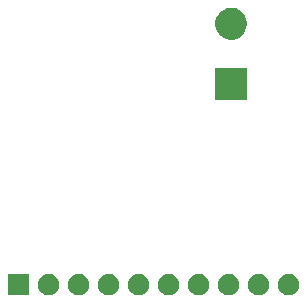
<source format=gbs>
G04 #@! TF.GenerationSoftware,KiCad,Pcbnew,(5.1.5-0)*
G04 #@! TF.CreationDate,2020-02-09T15:42:12-07:00*
G04 #@! TF.ProjectId,dac_proto,6461635f-7072-46f7-946f-2e6b69636164,rev?*
G04 #@! TF.SameCoordinates,Original*
G04 #@! TF.FileFunction,Soldermask,Bot*
G04 #@! TF.FilePolarity,Negative*
%FSLAX46Y46*%
G04 Gerber Fmt 4.6, Leading zero omitted, Abs format (unit mm)*
G04 Created by KiCad (PCBNEW (5.1.5-0)) date 2020-02-09 15:42:12*
%MOMM*%
%LPD*%
G04 APERTURE LIST*
%ADD10C,0.100000*%
G04 APERTURE END LIST*
D10*
G36*
X209973512Y-98103927D02*
G01*
X210122812Y-98133624D01*
X210286784Y-98201544D01*
X210434354Y-98300147D01*
X210559853Y-98425646D01*
X210658456Y-98573216D01*
X210726376Y-98737188D01*
X210761000Y-98911259D01*
X210761000Y-99088741D01*
X210726376Y-99262812D01*
X210658456Y-99426784D01*
X210559853Y-99574354D01*
X210434354Y-99699853D01*
X210286784Y-99798456D01*
X210122812Y-99866376D01*
X209973512Y-99896073D01*
X209948742Y-99901000D01*
X209771258Y-99901000D01*
X209746488Y-99896073D01*
X209597188Y-99866376D01*
X209433216Y-99798456D01*
X209285646Y-99699853D01*
X209160147Y-99574354D01*
X209061544Y-99426784D01*
X208993624Y-99262812D01*
X208959000Y-99088741D01*
X208959000Y-98911259D01*
X208993624Y-98737188D01*
X209061544Y-98573216D01*
X209160147Y-98425646D01*
X209285646Y-98300147D01*
X209433216Y-98201544D01*
X209597188Y-98133624D01*
X209746488Y-98103927D01*
X209771258Y-98099000D01*
X209948742Y-98099000D01*
X209973512Y-98103927D01*
G37*
G36*
X207433512Y-98103927D02*
G01*
X207582812Y-98133624D01*
X207746784Y-98201544D01*
X207894354Y-98300147D01*
X208019853Y-98425646D01*
X208118456Y-98573216D01*
X208186376Y-98737188D01*
X208221000Y-98911259D01*
X208221000Y-99088741D01*
X208186376Y-99262812D01*
X208118456Y-99426784D01*
X208019853Y-99574354D01*
X207894354Y-99699853D01*
X207746784Y-99798456D01*
X207582812Y-99866376D01*
X207433512Y-99896073D01*
X207408742Y-99901000D01*
X207231258Y-99901000D01*
X207206488Y-99896073D01*
X207057188Y-99866376D01*
X206893216Y-99798456D01*
X206745646Y-99699853D01*
X206620147Y-99574354D01*
X206521544Y-99426784D01*
X206453624Y-99262812D01*
X206419000Y-99088741D01*
X206419000Y-98911259D01*
X206453624Y-98737188D01*
X206521544Y-98573216D01*
X206620147Y-98425646D01*
X206745646Y-98300147D01*
X206893216Y-98201544D01*
X207057188Y-98133624D01*
X207206488Y-98103927D01*
X207231258Y-98099000D01*
X207408742Y-98099000D01*
X207433512Y-98103927D01*
G37*
G36*
X204893512Y-98103927D02*
G01*
X205042812Y-98133624D01*
X205206784Y-98201544D01*
X205354354Y-98300147D01*
X205479853Y-98425646D01*
X205578456Y-98573216D01*
X205646376Y-98737188D01*
X205681000Y-98911259D01*
X205681000Y-99088741D01*
X205646376Y-99262812D01*
X205578456Y-99426784D01*
X205479853Y-99574354D01*
X205354354Y-99699853D01*
X205206784Y-99798456D01*
X205042812Y-99866376D01*
X204893512Y-99896073D01*
X204868742Y-99901000D01*
X204691258Y-99901000D01*
X204666488Y-99896073D01*
X204517188Y-99866376D01*
X204353216Y-99798456D01*
X204205646Y-99699853D01*
X204080147Y-99574354D01*
X203981544Y-99426784D01*
X203913624Y-99262812D01*
X203879000Y-99088741D01*
X203879000Y-98911259D01*
X203913624Y-98737188D01*
X203981544Y-98573216D01*
X204080147Y-98425646D01*
X204205646Y-98300147D01*
X204353216Y-98201544D01*
X204517188Y-98133624D01*
X204666488Y-98103927D01*
X204691258Y-98099000D01*
X204868742Y-98099000D01*
X204893512Y-98103927D01*
G37*
G36*
X202353512Y-98103927D02*
G01*
X202502812Y-98133624D01*
X202666784Y-98201544D01*
X202814354Y-98300147D01*
X202939853Y-98425646D01*
X203038456Y-98573216D01*
X203106376Y-98737188D01*
X203141000Y-98911259D01*
X203141000Y-99088741D01*
X203106376Y-99262812D01*
X203038456Y-99426784D01*
X202939853Y-99574354D01*
X202814354Y-99699853D01*
X202666784Y-99798456D01*
X202502812Y-99866376D01*
X202353512Y-99896073D01*
X202328742Y-99901000D01*
X202151258Y-99901000D01*
X202126488Y-99896073D01*
X201977188Y-99866376D01*
X201813216Y-99798456D01*
X201665646Y-99699853D01*
X201540147Y-99574354D01*
X201441544Y-99426784D01*
X201373624Y-99262812D01*
X201339000Y-99088741D01*
X201339000Y-98911259D01*
X201373624Y-98737188D01*
X201441544Y-98573216D01*
X201540147Y-98425646D01*
X201665646Y-98300147D01*
X201813216Y-98201544D01*
X201977188Y-98133624D01*
X202126488Y-98103927D01*
X202151258Y-98099000D01*
X202328742Y-98099000D01*
X202353512Y-98103927D01*
G37*
G36*
X199813512Y-98103927D02*
G01*
X199962812Y-98133624D01*
X200126784Y-98201544D01*
X200274354Y-98300147D01*
X200399853Y-98425646D01*
X200498456Y-98573216D01*
X200566376Y-98737188D01*
X200601000Y-98911259D01*
X200601000Y-99088741D01*
X200566376Y-99262812D01*
X200498456Y-99426784D01*
X200399853Y-99574354D01*
X200274354Y-99699853D01*
X200126784Y-99798456D01*
X199962812Y-99866376D01*
X199813512Y-99896073D01*
X199788742Y-99901000D01*
X199611258Y-99901000D01*
X199586488Y-99896073D01*
X199437188Y-99866376D01*
X199273216Y-99798456D01*
X199125646Y-99699853D01*
X199000147Y-99574354D01*
X198901544Y-99426784D01*
X198833624Y-99262812D01*
X198799000Y-99088741D01*
X198799000Y-98911259D01*
X198833624Y-98737188D01*
X198901544Y-98573216D01*
X199000147Y-98425646D01*
X199125646Y-98300147D01*
X199273216Y-98201544D01*
X199437188Y-98133624D01*
X199586488Y-98103927D01*
X199611258Y-98099000D01*
X199788742Y-98099000D01*
X199813512Y-98103927D01*
G37*
G36*
X197273512Y-98103927D02*
G01*
X197422812Y-98133624D01*
X197586784Y-98201544D01*
X197734354Y-98300147D01*
X197859853Y-98425646D01*
X197958456Y-98573216D01*
X198026376Y-98737188D01*
X198061000Y-98911259D01*
X198061000Y-99088741D01*
X198026376Y-99262812D01*
X197958456Y-99426784D01*
X197859853Y-99574354D01*
X197734354Y-99699853D01*
X197586784Y-99798456D01*
X197422812Y-99866376D01*
X197273512Y-99896073D01*
X197248742Y-99901000D01*
X197071258Y-99901000D01*
X197046488Y-99896073D01*
X196897188Y-99866376D01*
X196733216Y-99798456D01*
X196585646Y-99699853D01*
X196460147Y-99574354D01*
X196361544Y-99426784D01*
X196293624Y-99262812D01*
X196259000Y-99088741D01*
X196259000Y-98911259D01*
X196293624Y-98737188D01*
X196361544Y-98573216D01*
X196460147Y-98425646D01*
X196585646Y-98300147D01*
X196733216Y-98201544D01*
X196897188Y-98133624D01*
X197046488Y-98103927D01*
X197071258Y-98099000D01*
X197248742Y-98099000D01*
X197273512Y-98103927D01*
G37*
G36*
X194733512Y-98103927D02*
G01*
X194882812Y-98133624D01*
X195046784Y-98201544D01*
X195194354Y-98300147D01*
X195319853Y-98425646D01*
X195418456Y-98573216D01*
X195486376Y-98737188D01*
X195521000Y-98911259D01*
X195521000Y-99088741D01*
X195486376Y-99262812D01*
X195418456Y-99426784D01*
X195319853Y-99574354D01*
X195194354Y-99699853D01*
X195046784Y-99798456D01*
X194882812Y-99866376D01*
X194733512Y-99896073D01*
X194708742Y-99901000D01*
X194531258Y-99901000D01*
X194506488Y-99896073D01*
X194357188Y-99866376D01*
X194193216Y-99798456D01*
X194045646Y-99699853D01*
X193920147Y-99574354D01*
X193821544Y-99426784D01*
X193753624Y-99262812D01*
X193719000Y-99088741D01*
X193719000Y-98911259D01*
X193753624Y-98737188D01*
X193821544Y-98573216D01*
X193920147Y-98425646D01*
X194045646Y-98300147D01*
X194193216Y-98201544D01*
X194357188Y-98133624D01*
X194506488Y-98103927D01*
X194531258Y-98099000D01*
X194708742Y-98099000D01*
X194733512Y-98103927D01*
G37*
G36*
X192193512Y-98103927D02*
G01*
X192342812Y-98133624D01*
X192506784Y-98201544D01*
X192654354Y-98300147D01*
X192779853Y-98425646D01*
X192878456Y-98573216D01*
X192946376Y-98737188D01*
X192981000Y-98911259D01*
X192981000Y-99088741D01*
X192946376Y-99262812D01*
X192878456Y-99426784D01*
X192779853Y-99574354D01*
X192654354Y-99699853D01*
X192506784Y-99798456D01*
X192342812Y-99866376D01*
X192193512Y-99896073D01*
X192168742Y-99901000D01*
X191991258Y-99901000D01*
X191966488Y-99896073D01*
X191817188Y-99866376D01*
X191653216Y-99798456D01*
X191505646Y-99699853D01*
X191380147Y-99574354D01*
X191281544Y-99426784D01*
X191213624Y-99262812D01*
X191179000Y-99088741D01*
X191179000Y-98911259D01*
X191213624Y-98737188D01*
X191281544Y-98573216D01*
X191380147Y-98425646D01*
X191505646Y-98300147D01*
X191653216Y-98201544D01*
X191817188Y-98133624D01*
X191966488Y-98103927D01*
X191991258Y-98099000D01*
X192168742Y-98099000D01*
X192193512Y-98103927D01*
G37*
G36*
X189653512Y-98103927D02*
G01*
X189802812Y-98133624D01*
X189966784Y-98201544D01*
X190114354Y-98300147D01*
X190239853Y-98425646D01*
X190338456Y-98573216D01*
X190406376Y-98737188D01*
X190441000Y-98911259D01*
X190441000Y-99088741D01*
X190406376Y-99262812D01*
X190338456Y-99426784D01*
X190239853Y-99574354D01*
X190114354Y-99699853D01*
X189966784Y-99798456D01*
X189802812Y-99866376D01*
X189653512Y-99896073D01*
X189628742Y-99901000D01*
X189451258Y-99901000D01*
X189426488Y-99896073D01*
X189277188Y-99866376D01*
X189113216Y-99798456D01*
X188965646Y-99699853D01*
X188840147Y-99574354D01*
X188741544Y-99426784D01*
X188673624Y-99262812D01*
X188639000Y-99088741D01*
X188639000Y-98911259D01*
X188673624Y-98737188D01*
X188741544Y-98573216D01*
X188840147Y-98425646D01*
X188965646Y-98300147D01*
X189113216Y-98201544D01*
X189277188Y-98133624D01*
X189426488Y-98103927D01*
X189451258Y-98099000D01*
X189628742Y-98099000D01*
X189653512Y-98103927D01*
G37*
G36*
X187901000Y-99901000D02*
G01*
X186099000Y-99901000D01*
X186099000Y-98099000D01*
X187901000Y-98099000D01*
X187901000Y-99901000D01*
G37*
G36*
X206351000Y-83351000D02*
G01*
X203649000Y-83351000D01*
X203649000Y-80649000D01*
X206351000Y-80649000D01*
X206351000Y-83351000D01*
G37*
G36*
X205394072Y-75620918D02*
G01*
X205639939Y-75722759D01*
X205861212Y-75870610D01*
X206049390Y-76058788D01*
X206197241Y-76280061D01*
X206299082Y-76525928D01*
X206351000Y-76786938D01*
X206351000Y-77053062D01*
X206299082Y-77314072D01*
X206197241Y-77559939D01*
X206049390Y-77781212D01*
X205861212Y-77969390D01*
X205639939Y-78117241D01*
X205639938Y-78117242D01*
X205639937Y-78117242D01*
X205394072Y-78219082D01*
X205133063Y-78271000D01*
X204866937Y-78271000D01*
X204605928Y-78219082D01*
X204360063Y-78117242D01*
X204360062Y-78117242D01*
X204360061Y-78117241D01*
X204138788Y-77969390D01*
X203950610Y-77781212D01*
X203802759Y-77559939D01*
X203700918Y-77314072D01*
X203649000Y-77053062D01*
X203649000Y-76786938D01*
X203700918Y-76525928D01*
X203802759Y-76280061D01*
X203950610Y-76058788D01*
X204138788Y-75870610D01*
X204360061Y-75722759D01*
X204605928Y-75620918D01*
X204866937Y-75569000D01*
X205133063Y-75569000D01*
X205394072Y-75620918D01*
G37*
M02*

</source>
